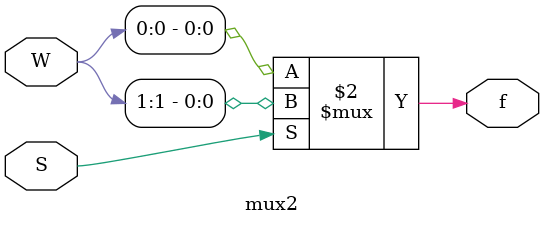
<source format=v>
module mux2(S,W,f);
input S;
input [1:0]W;
output reg f;
always @ (S|W)
begin
f = S ? W[1] : W[0];
end
endmodule

</source>
